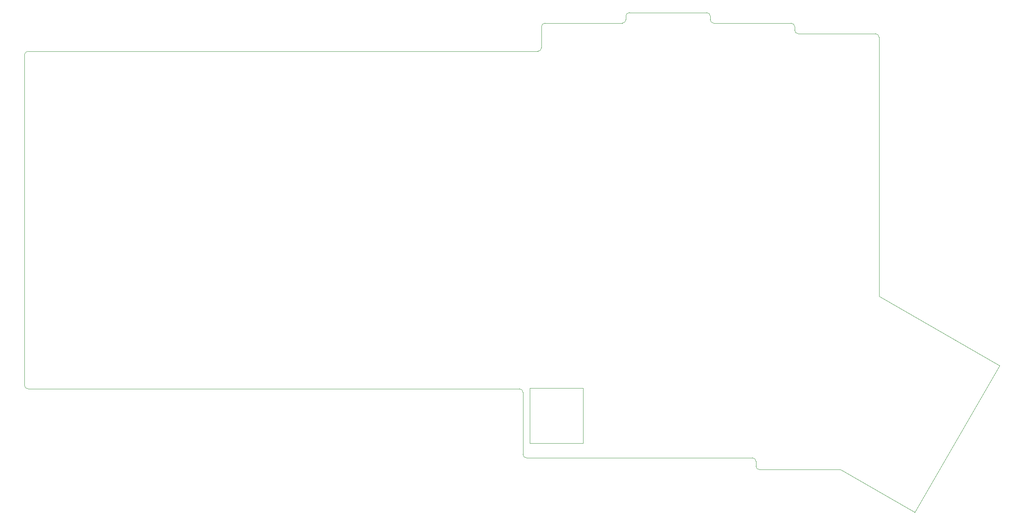
<source format=gbr>
%TF.GenerationSoftware,KiCad,Pcbnew,(5.1.9-0-10_14)*%
%TF.CreationDate,2021-09-05T15:59:36-05:00*%
%TF.ProjectId,wren-numpad-top,7772656e-2d6e-4756-9d70-61642d746f70,rev?*%
%TF.SameCoordinates,Original*%
%TF.FileFunction,Profile,NP*%
%FSLAX46Y46*%
G04 Gerber Fmt 4.6, Leading zero omitted, Abs format (unit mm)*
G04 Created by KiCad (PCBNEW (5.1.9-0-10_14)) date 2021-09-05 15:59:36*
%MOMM*%
%LPD*%
G01*
G04 APERTURE LIST*
%TA.AperFunction,Profile*%
%ADD10C,0.050000*%
%TD*%
G04 APERTURE END LIST*
D10*
X230178500Y-24606250D02*
X230213000Y-82327750D01*
X230213000Y-82327750D02*
X257391000Y-97948750D01*
X238214000Y-131095750D02*
X257391000Y-97948750D01*
X151346000Y-103028750D02*
X151346000Y-115474750D01*
X163411000Y-103028750D02*
X151346000Y-103028750D01*
X163411000Y-115474750D02*
X163411000Y-103028750D01*
X151346000Y-115474750D02*
X163411000Y-115474750D01*
X149028500Y-103187750D02*
X145274000Y-103187500D01*
X149822000Y-117983250D02*
X149822000Y-103981250D01*
X150615500Y-118776750D02*
X201612500Y-118776750D01*
X202406000Y-119570250D02*
X202406000Y-120650000D01*
X150615500Y-118776750D02*
G75*
G02*
X149822000Y-117983250I0J793500D01*
G01*
X221450000Y-121443750D02*
X238214000Y-131095750D01*
X203199500Y-121443500D02*
X221450000Y-121443750D01*
X203199500Y-121443500D02*
G75*
G02*
X202406000Y-120650000I0J793500D01*
G01*
X201612500Y-118776750D02*
G75*
G02*
X202406000Y-119570250I0J-793500D01*
G01*
X149028500Y-103187750D02*
G75*
G02*
X149822000Y-103981250I0J-793500D01*
G01*
X38151500Y-103187250D02*
X145274000Y-103187500D01*
X38151500Y-103187250D02*
G75*
G02*
X37358000Y-102393750I0J793500D01*
G01*
X37357750Y-27781250D02*
X37358000Y-102393750D01*
X37357750Y-27781250D02*
G75*
G02*
X38151500Y-26987500I793750J0D01*
G01*
X153209000Y-26987500D02*
X38151500Y-26987500D01*
X154002750Y-26193750D02*
G75*
G02*
X153209000Y-26987500I-793750J0D01*
G01*
X154002250Y-21431250D02*
X154002500Y-26193750D01*
X154002250Y-21431250D02*
G75*
G02*
X154796000Y-20637500I793750J0D01*
G01*
X172253000Y-20637500D02*
X154796000Y-20637500D01*
X173046750Y-19843750D02*
G75*
G02*
X172253000Y-20637500I-793750J0D01*
G01*
X173046250Y-19050000D02*
X173046500Y-19843750D01*
X173046250Y-19050000D02*
G75*
G02*
X173840000Y-18256250I793750J0D01*
G01*
X191297000Y-18256500D02*
X173840000Y-18256250D01*
X191297000Y-18256500D02*
G75*
G02*
X192090500Y-19050000I0J-793500D01*
G01*
X192090500Y-19843750D02*
X192090500Y-19050000D01*
X192884000Y-20637250D02*
G75*
G02*
X192090500Y-19843750I0J793500D01*
G01*
X210341000Y-20637750D02*
X192884000Y-20637500D01*
X210341000Y-20637750D02*
G75*
G02*
X211134500Y-21431250I0J-793500D01*
G01*
X211134500Y-22225000D02*
X211134500Y-21431250D01*
X211928000Y-23018500D02*
G75*
G02*
X211134500Y-22225000I0J793500D01*
G01*
X229385000Y-23019000D02*
X211928000Y-23018750D01*
X230178500Y-23812500D02*
X230178500Y-24606250D01*
X229385000Y-23019000D02*
G75*
G02*
X230178500Y-23812500I0J-793500D01*
G01*
M02*

</source>
